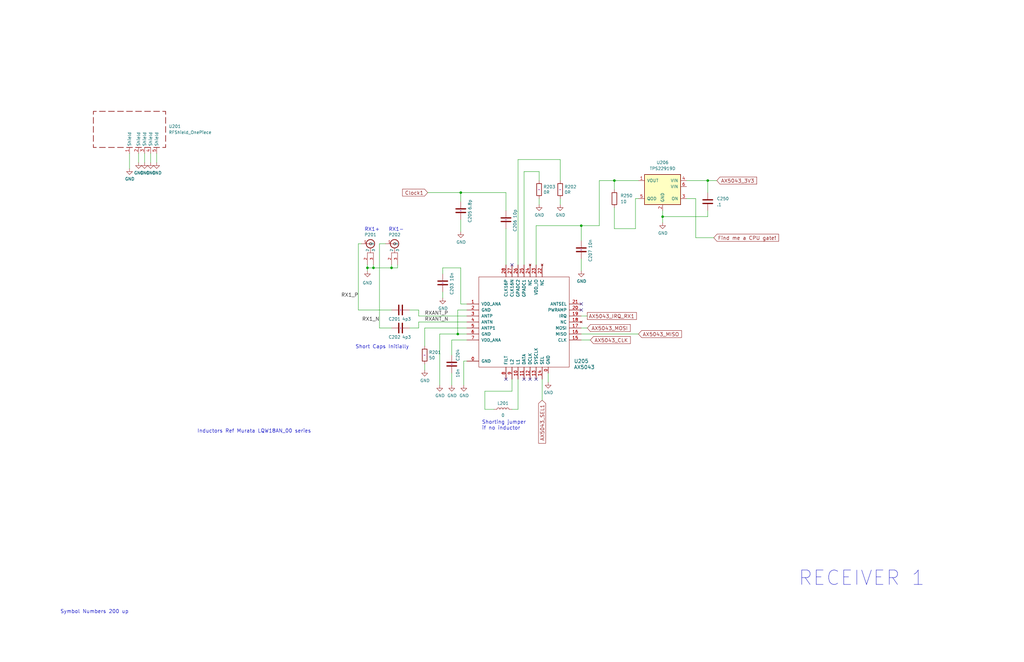
<source format=kicad_sch>
(kicad_sch (version 20230121) (generator eeschema)
  (paper "USLedger")
  (title_block (title "Radiation Tolerant PacSat Communication") (date "2023-06-17") (rev "A") (company "AMSAT-NA") (comment 1 "N5BRG"))
  (lib_symbols
    (symbol "Device:C" (pin_numbers hide) (pin_names (offset 0.254))
      (property "Reference" "C" (at 0.635 2.54 0))
      (property "Value" "C" (at 0.635 -2.54 0))
      (symbol "C_0_1"
        (polyline (pts (xy -2.032 -0.762) (xy 2.032 -0.762)) (stroke (width 0.508)))
        (polyline (pts (xy -2.032 0.762) (xy 2.032 0.762)) (stroke (width 0.508)))
      )
      (symbol "C_1_1"
        (pin passive line (at 0 3.81 270) (length 2.794) (name "~") (number "1"))
        (pin passive line (at 0 -3.81 90) (length 2.794) (name "~") (number "2"))
      )
    )
    (symbol "Device:L" (pin_numbers hide) (pin_names (offset 1.016) hide)
      (property "Reference" "L" (at -1.27 0 90))
      (property "Value" "L" (at 1.905 0 90))
      (symbol "L_0_1"
        (arc (start 0 -2.54) (mid 0.6323 -1.905) (end 0 -1.27))
        (arc (start 0 -1.27) (mid 0.6323 -0.635) (end 0 0))
        (arc (start 0 0) (mid 0.6323 0.635) (end 0 1.27))
        (arc (start 0 1.27) (mid 0.6323 1.905) (end 0 2.54))
      )
      (symbol "L_1_1"
        (pin passive line (at 0 3.81 270) (length 1.27) (name "1") (number "1"))
        (pin passive line (at 0 -3.81 90) (length 1.27) (name "2") (number "2"))
      )
    )
    (symbol "Device:R" (pin_numbers hide) (pin_names (offset 0))
      (property "Reference" "R" (at 2.032 0 90))
      (property "Value" "R" (at 0 0 90))
      (symbol "R_0_1"
        (rectangle (start -1.016 -2.54) (end 1.016 2.54) (stroke (width 0.254)))
      )
      (symbol "R_1_1"
        (pin passive line (at 0 3.81 270) (length 1.27) (name "~") (number "1"))
        (pin passive line (at 0 -3.81 90) (length 1.27) (name "~") (number "2"))
      )
    )
    (symbol "PACSAT_DEV_misc:AX5043" (pin_names (offset 1.016))
      (property "Reference" "U156" (at 16.51 -21.59 0))
      (property "Value" "AX5043" (at -5.08 0 0))
      (symbol "AX5043_0_1"
        (rectangle (start -19.05 19.05) (end 19.05 -19.05))
      )
      (symbol "AX5043_1_1"
        (pin passive line (at -24.13 -16.51 0) (length 5.08) (name "GND") (number "0"))
        (pin power_in line (at 10.16 -21.59 90) (length 2.54) (name "GND") (number "0"))
        (pin passive line (at -24.13 7.62 0) (length 5.08) (name "VDD_ANA") (number "1"))
        (pin passive line (at -2.54 -24.13 90) (length 5.08) (name "L1") (number "10"))
        (pin input line (at 0 -24.13 90) (length 5.08) (name "DATA") (number "11"))
        (pin input line (at 2.54 -24.13 90) (length 5.08) (name "DCLK") (number "12"))
        (pin output line (at 5.08 -24.13 90) (length 5.08) (name "SYSCLK") (number "13"))
        (pin input line (at 7.62 -24.13 90) (length 5.08) (name "SEL") (number "14"))
        (pin input line (at 24.13 -7.62 180) (length 5.08) (name "CLK") (number "15"))
        (pin tri_state line (at 24.13 -5.08 180) (length 5.08) (name "MISO") (number "16"))
        (pin input line (at 24.13 -2.54 180) (length 5.08) (name "MOSI") (number "17"))
        (pin no_connect line (at 24.13 0 180) (length 5.08) (name "NC") (number "18"))
        (pin output line (at 24.13 2.54 180) (length 5.08) (name "IRQ") (number "19"))
        (pin input line (at -24.13 5.08 0) (length 5.08) (name "GND") (number "2"))
        (pin output line (at 24.13 5.08 180) (length 5.08) (name "PWRAMP") (number "20"))
        (pin output line (at 24.13 7.62 180) (length 5.08) (name "ANTSEL") (number "21"))
        (pin no_connect line (at 7.62 24.13 270) (length 5.08) (name "NC") (number "22"))
        (pin passive line (at 5.08 24.13 270) (length 5.08) (name "VDD_IO") (number "23"))
        (pin no_connect line (at 2.54 24.13 270) (length 5.08) (name "NC") (number "24"))
        (pin input line (at 0 24.13 270) (length 5.08) (name "GPADC1") (number "25"))
        (pin input line (at -2.54 24.13 270) (length 5.08) (name "GPADC2") (number "26"))
        (pin passive line (at -5.08 24.13 270) (length 5.08) (name "CLK16N") (number "27"))
        (pin passive line (at -7.62 24.13 270) (length 5.08) (name "CLK16P") (number "28"))
        (pin bidirectional line (at -24.13 2.54 0) (length 5.08) (name "ANTP") (number "3"))
        (pin bidirectional line (at -24.13 0 0) (length 5.08) (name "ANTN") (number "4"))
        (pin output line (at -24.13 -2.54 0) (length 5.08) (name "ANTP1") (number "5"))
        (pin input line (at -24.13 -5.08 0) (length 5.08) (name "GND") (number "6"))
        (pin passive line (at -24.13 -7.62 0) (length 5.08) (name "VDD_ANA") (number "7"))
        (pin passive line (at -7.62 -24.13 90) (length 5.08) (name "FILT") (number "8"))
        (pin passive line (at -5.08 -24.13 90) (length 5.08) (name "L2") (number "9"))
      )
    )
    (symbol "PACSAT_DEV_misc:RF_SHIELD_BOX"
      (property "Reference" "U" (at -15.24 8.89 0))
      (symbol "RF_SHIELD_BOX_0_1"
        (polyline (pts (xy -16.51 -5.08) (xy -16.51 -2.54)) (stroke (width 0.254)))
        (polyline (pts (xy -16.51 -1.27) (xy -16.51 1.27)) (stroke (width 0.254)))
        (polyline (pts (xy -16.51 2.54) (xy -16.51 5.08)) (stroke (width 0.254)))
        (polyline (pts (xy -13.97 7.62) (xy -11.43 7.62)) (stroke (width 0.254)))
        (polyline (pts (xy -11.43 -7.62) (xy -13.97 -7.62)) (stroke (width 0.254)))
        (polyline (pts (xy -7.62 -7.62) (xy -10.16 -7.62)) (stroke (width 0.254)))
        (polyline (pts (xy -7.62 7.62) (xy -10.16 7.62)) (stroke (width 0.254)))
        (polyline (pts (xy -3.81 -7.62) (xy -6.35 -7.62)) (stroke (width 0.254)))
        (polyline (pts (xy -3.81 7.62) (xy -6.35 7.62)) (stroke (width 0.254)))
        (polyline (pts (xy -2.54 -7.62) (xy 0 -7.62)) (stroke (width 0.254)))
        (polyline (pts (xy 0 7.62) (xy -2.54 7.62)) (stroke (width 0.254)))
        (polyline (pts (xy 1.27 -7.62) (xy 3.81 -7.62)) (stroke (width 0.254)))
        (polyline (pts (xy 3.81 7.62) (xy 1.27 7.62)) (stroke (width 0.254)))
        (polyline (pts (xy 5.08 -7.62) (xy 7.62 -7.62)) (stroke (width 0.254)))
        (polyline (pts (xy 7.62 7.62) (xy 5.08 7.62)) (stroke (width 0.254)))
        (polyline (pts (xy 8.89 -7.62) (xy 11.43 -7.62)) (stroke (width 0.254)))
        (polyline (pts (xy 11.43 7.62) (xy 8.89 7.62)) (stroke (width 0.254)))
        (polyline (pts (xy 13.97 -5.08) (xy 13.97 -2.54)) (stroke (width 0.254)))
        (polyline (pts (xy 13.97 -1.27) (xy 13.97 1.27)) (stroke (width 0.254)))
        (polyline (pts (xy 13.97 2.54) (xy 13.97 5.08)) (stroke (width 0.254)))
        (polyline (pts (xy -16.51 6.35) (xy -16.51 7.62) (xy -15.24 7.62)) (stroke (width 0.254)))
        (polyline (pts (xy -15.24 -7.62) (xy -16.51 -7.62) (xy -16.51 -6.35)) (stroke (width 0.254)))
        (polyline (pts (xy 12.7 -7.62) (xy 13.97 -7.62) (xy 13.97 -6.35)) (stroke (width 0.254)))
        (polyline (pts (xy 13.97 6.35) (xy 13.97 7.62) (xy 12.7 7.62)) (stroke (width 0.254)))
      )
      (symbol "RF_SHIELD_BOX_1_1"
        (pin power_in line (at -1.27 -10.16 90) (length 2.54) (name "Shield") (number "1"))
        (pin power_in line (at 2.54 -10.16 90) (length 2.54) (name "Shield") (number "2"))
        (pin power_in line (at 5.08 -10.16 90) (length 2.54) (name "Shield") (number "3"))
        (pin power_in line (at 7.62 -10.16 90) (length 2.54) (name "Shield") (number "4"))
        (pin power_in line (at 10.16 -10.16 90) (length 2.54) (name "Shield") (number "5"))
      )
    )
    (symbol "PACSAT_DEV_misc:U_FL"
      (property "Reference" "U" (at -3.81 2.54 0))
      (symbol "U_FL_0_1"
        (polyline (pts (xy -1.27 -3.81) (xy 1.27 -3.81)))
        (polyline (pts (xy 0 -3.81) (xy 0 -1.778)))
        (circle (center 0 0) (radius 0.508) (stroke (width 0.2032)))
        (circle (center 0 0) (radius 1.778) (stroke (width 0.3048)))
      )
      (symbol "U_FL_1_1"
        (pin bidirectional line (at -3.81 0 0) (length 3.302) (name "In") (number "1"))
        (pin power_in line (at -1.27 -8.89 90) (length 5.08) (name "2") (number "2"))
        (pin power_in line (at 1.27 -8.89 90) (length 5.08) (name "3") (number "3"))
      )
    )
    (symbol "Power_Management:TPS22929D" (pin_names (offset 1.016))
      (property "Reference" "U96" (at 0 12.7 0))
      (property "Value" "TPS22919D" (at 0 10.16 0))
      (symbol "TPS22929D_0_1"
        (rectangle (start -7.62 7.62) (end 7.62 -5.08) (stroke (width 0.254)) (fill (type background)))
      )
      (symbol "TPS22929D_1_1"
        (pin power_out line (at 10.16 5.08 180) (length 2.54) (name "VOUT") (number "1"))
        (pin power_in line (at 0 -7.62 90) (length 2.54) (name "GND") (number "2"))
        (pin input line (at -10.16 -2.54 0) (length 2.54) (name "ON") (number "3"))
        (pin power_in line (at -10.16 5.08 0) (length 2.54) (name "VIN") (number "4"))
        (pin power_in line (at 10.16 -2.54 180) (length 2.54) (name "QOD") (number "5"))
        (pin power_in line (at -10.16 2.54 0) (length 2.54) (name "VIN") (number "6"))
      )
    )
    (symbol "power:GND" (power) (pin_names (offset 0))
      (property "Value" "GND" (at 0 -3.81 0))
      (symbol "GND_0_1"
        (polyline (pts (xy 0 0) (xy 0 -1.27) (xy 1.27 -1.27) (xy 0 -2.54) (xy -1.27 -1.27) (xy 0 -1.27)))
      )
      (symbol "GND_1_1"
        (pin power_in line (at 0 0 270) (length 0) hide (name "GND") (number "1"))
      )
    )
  )
  (junction (at 298.45 76.2))
  (junction (at 279.4 91.44))
  (junction (at 154.94 113.03))
  (junction (at 193.04 140.97))
  (junction (at 165.1 113.03))
  (junction (at 259.08 76.2))
  (junction (at 157.48 113.03))
  (junction (at 245.11 95.25))
  (junction (at 194.31 81.28))
  (no_connect (at 223.52 160.02))
  (no_connect (at 213.36 160.02))
  (no_connect (at 215.9 111.76))
  (no_connect (at 245.11 128.27))
  (no_connect (at 226.06 160.02))
  (no_connect (at 220.98 160.02))
  (no_connect (at 245.11 130.81))
  (wire (pts (xy 220.98 72.39) (xy 227.33 72.39)))
  (wire (pts (xy 194.31 113.03) (xy 186.69 113.03)))
  (wire (pts (xy 193.04 140.97) (xy 196.85 140.97)))
  (wire (pts (xy 179.07 153.67) (xy 179.07 156.21)))
  (wire (pts (xy 298.45 76.2) (xy 302.26 76.2)))
  (wire (pts (xy 179.07 138.43) (xy 196.85 138.43)))
  (wire (pts (xy 60.96 64.77) (xy 60.96 68.58)))
  (wire (pts (xy 236.22 67.31) (xy 236.22 76.2)))
  (wire (pts (xy 289.56 83.82) (xy 293.37 83.82)))
  (wire (pts (xy 259.08 87.63) (xy 259.08 96.52)))
  (wire (pts (xy 194.31 128.27) (xy 194.31 113.03)))
  (wire (pts (xy 151.13 130.81) (xy 165.1 130.81)))
  (wire (pts (xy 151.13 102.87) (xy 151.13 130.81)))
  (wire (pts (xy 154.94 113.03) (xy 157.48 113.03)))
  (wire (pts (xy 165.1 113.03) (xy 167.64 113.03)))
  (wire (pts (xy 269.24 76.2) (xy 259.08 76.2)))
  (wire (pts (xy 279.4 91.44) (xy 279.4 93.98)))
  (wire (pts (xy 54.61 64.77) (xy 54.61 71.12)))
  (wire (pts (xy 279.4 91.44) (xy 298.45 91.44)))
  (wire (pts (xy 213.36 96.52) (xy 213.36 111.76)))
  (wire (pts (xy 215.9 165.1) (xy 204.47 165.1)))
  (wire (pts (xy 267.97 83.82) (xy 269.24 83.82)))
  (wire (pts (xy 186.69 113.03) (xy 186.69 115.57)))
  (wire (pts (xy 245.11 101.6) (xy 245.11 95.25)))
  (wire (pts (xy 186.69 123.19) (xy 186.69 125.73)))
  (wire (pts (xy 194.31 81.28) (xy 194.31 85.09)))
  (wire (pts (xy 176.53 138.43) (xy 176.53 135.89)))
  (wire (pts (xy 267.97 96.52) (xy 267.97 83.82)))
  (wire (pts (xy 215.9 172.72) (xy 218.44 172.72)))
  (wire (pts (xy 66.04 64.77) (xy 66.04 68.58)))
  (wire (pts (xy 160.02 138.43) (xy 165.1 138.43)))
  (wire (pts (xy 160.02 102.87) (xy 160.02 138.43)))
  (wire (pts (xy 220.98 72.39) (xy 220.98 111.76)))
  (wire (pts (xy 154.94 111.76) (xy 154.94 113.03)))
  (wire (pts (xy 185.42 140.97) (xy 193.04 140.97)))
  (wire (pts (xy 218.44 160.02) (xy 218.44 172.72)))
  (wire (pts (xy 195.58 152.4) (xy 195.58 162.56)))
  (wire (pts (xy 204.47 165.1) (xy 204.47 172.72)))
  (wire (pts (xy 196.85 130.81) (xy 193.04 130.81)))
  (wire (pts (xy 231.14 157.48) (xy 231.14 161.29)))
  (wire (pts (xy 226.06 95.25) (xy 245.11 95.25)))
  (wire (pts (xy 259.08 76.2) (xy 252.73 76.2)))
  (wire (pts (xy 167.64 111.76) (xy 167.64 113.03)))
  (wire (pts (xy 236.22 83.82) (xy 236.22 86.36)))
  (wire (pts (xy 154.94 113.03) (xy 154.94 114.3)))
  (wire (pts (xy 245.11 133.35) (xy 247.65 133.35)))
  (wire (pts (xy 58.42 64.77) (xy 58.42 68.58)))
  (wire (pts (xy 245.11 138.43) (xy 247.65 138.43)))
  (wire (pts (xy 228.6 160.02) (xy 228.6 168.91)))
  (wire (pts (xy 227.33 83.82) (xy 227.33 86.36)))
  (wire (pts (xy 157.48 111.76) (xy 157.48 113.03)))
  (wire (pts (xy 176.53 133.35) (xy 196.85 133.35)))
  (wire (pts (xy 245.11 109.22) (xy 245.11 114.3)))
  (wire (pts (xy 190.5 143.51) (xy 190.5 149.86)))
  (wire (pts (xy 196.85 152.4) (xy 195.58 152.4)))
  (wire (pts (xy 298.45 88.9) (xy 298.45 91.44)))
  (wire (pts (xy 218.44 67.31) (xy 236.22 67.31)))
  (wire (pts (xy 245.11 95.25) (xy 252.73 95.25)))
  (wire (pts (xy 157.48 113.03) (xy 165.1 113.03)))
  (wire (pts (xy 226.06 111.76) (xy 226.06 95.25)))
  (wire (pts (xy 196.85 128.27) (xy 194.31 128.27)))
  (wire (pts (xy 172.72 138.43) (xy 176.53 138.43)))
  (wire (pts (xy 172.72 130.81) (xy 176.53 130.81)))
  (wire (pts (xy 185.42 162.56) (xy 185.42 140.97)))
  (wire (pts (xy 180.34 81.28) (xy 194.31 81.28)))
  (wire (pts (xy 213.36 81.28) (xy 213.36 88.9)))
  (wire (pts (xy 162.56 102.87) (xy 160.02 102.87)))
  (wire (pts (xy 293.37 83.82) (xy 293.37 100.33)))
  (wire (pts (xy 204.47 172.72) (xy 208.28 172.72)))
  (wire (pts (xy 176.53 130.81) (xy 176.53 133.35)))
  (wire (pts (xy 252.73 76.2) (xy 252.73 95.25)))
  (wire (pts (xy 152.4 102.87) (xy 151.13 102.87)))
  (wire (pts (xy 245.11 143.51) (xy 248.92 143.51)))
  (wire (pts (xy 289.56 76.2) (xy 298.45 76.2)))
  (wire (pts (xy 259.08 96.52) (xy 267.97 96.52)))
  (wire (pts (xy 245.11 140.97) (xy 269.24 140.97)))
  (wire (pts (xy 279.4 88.9) (xy 279.4 91.44)))
  (wire (pts (xy 194.31 92.71) (xy 194.31 97.79)))
  (wire (pts (xy 63.5 64.77) (xy 63.5 68.58)))
  (wire (pts (xy 293.37 100.33) (xy 300.99 100.33)))
  (wire (pts (xy 165.1 111.76) (xy 165.1 113.03)))
  (wire (pts (xy 218.44 67.31) (xy 218.44 111.76)))
  (wire (pts (xy 179.07 138.43) (xy 179.07 146.05)))
  (wire (pts (xy 176.53 135.89) (xy 196.85 135.89)))
  (wire (pts (xy 196.85 143.51) (xy 190.5 143.51)))
  (wire (pts (xy 190.5 157.48) (xy 190.5 162.56)))
  (wire (pts (xy 193.04 130.81) (xy 193.04 140.97)))
  (wire (pts (xy 194.31 81.28) (xy 213.36 81.28)))
  (wire (pts (xy 215.9 160.02) (xy 215.9 165.1)))
  (wire (pts (xy 298.45 76.2) (xy 298.45 81.28)))
  (wire (pts (xy 227.33 72.39) (xy 227.33 76.2)))
  (wire (pts (xy 259.08 76.2) (xy 259.08 80.01)))
  (text "Inductors Ref Murata LQW18AN_00 series" (at 83.185 182.88 0) (effects (font (size 1.524 1.524)) (justify left bottom)))
  (text "RECEIVER 1" (at 336.55 247.65 0) (effects (font (size 6.096 6.096)) (justify left bottom)))
  (text "Symbol Numbers 200 up" (at 25.4 259.08 0) (effects (font (size 1.524 1.524)) (justify left bottom)))
  (text "RX1+" (at 153.67 97.79 0) (effects (font (size 1.524 1.524)) (justify left bottom)))
  (text "Shorting jumper\nif no inductor" (at 203.2 181.61 0) (effects (font (size 1.524 1.524)) (justify left bottom)))
  (text "RX1-" (at 163.83 97.79 0) (effects (font (size 1.524 1.524)) (justify left bottom)))
  (text "Short Caps Initially" (at 149.86 147.32 0) (effects (font (size 1.524 1.524)) (justify left bottom)))
  (label "RX1_P" (at 151.13 125.73 180) (effects (font (size 1.524 1.524))))
  (label "RXANT_N" (at 179.07 135.89 0) (effects (font (size 1.524 1.524))))
  (label "RX1_N" (at 160.02 135.89 180) (effects (font (size 1.524 1.524))))
  (label "RXANT_P" (at 179.07 133.35 0) (effects (font (size 1.524 1.524))))
  (global_label "AX5043_MOSI" (shape input) (at 247.65 138.43 0) (effects (font (size 1.524 1.524))) (property "Intersheetrefs" "${INTERSHEET_REFS}" (effects hide)))
  (global_label "Find me a CPU gate!" (shape input) (at 300.99 100.33 0) (effects (font (size 1.524 1.524))) (property "Intersheetrefs" "${INTERSHEET_REFS}" (effects hide)))
  (global_label "AX5043_IRQ_RX1" (shape passive) (at 247.65 133.35 0) (effects (font (size 1.524 1.524))) (property "Intersheetrefs" "${INTERSHEET_REFS}" (effects hide)))
  (global_label "AX5043_MISO" (shape input) (at 269.24 140.97 0) (effects (font (size 1.524 1.524))) (property "Intersheetrefs" "${INTERSHEET_REFS}" (effects hide)))
  (global_label "AX5043_CLK" (shape input) (at 248.92 143.51 0) (effects (font (size 1.524 1.524))) (property "Intersheetrefs" "${INTERSHEET_REFS}" (effects hide)))
  (global_label "Clock1" (shape input) (at 180.34 81.28 180) (effects (font (size 1.524 1.524))) (property "Intersheetrefs" "${INTERSHEET_REFS}" (effects hide)))
  (global_label "AX5043_SEL1" (shape input) (at 228.6 168.91 270) (effects (font (size 1.524 1.524))) (property "Intersheetrefs" "${INTERSHEET_REFS}" (effects hide)))
  (global_label "AX5043_3V3" (shape input) (at 302.26 76.2 0) (effects (font (size 1.524 1.524))) (property "Intersheetrefs" "${INTERSHEET_REFS}" (effects hide)))
  (symbol (lib_id "Device:C") (at 298.45 85.09 0) (unit 1)
    (property "Reference" "C250" (at 302.26 83.82 0) (effects (justify left)))
    (property "Value" ".1" (at 302.26 86.36 0) (effects (justify left)))
  )
  (symbol (lib_id "PACSAT_DEV_misc:AX5043") (at 220.98 135.89 0) (unit 1)
    (property "Reference" "U205" (at 245.11 152.4 0) (effects (font (size 1.524 1.524))))
    (property "Value" "AX5043" (at 246.38 154.94 0) (effects (font (size 1.524 1.524))))
    (property "Footprint" "PacSatDev_onsemi:QFN28" (effects hide))
  )
  (symbol (lib_id "Device:C") (at 190.5 153.67 180) (unit 1)
    (property "Reference" "C204" (at 193.04 149.86 90))
    (property "Value" "10n" (at 193.04 157.48 90))
    (property "Footprint" "Capacitor_SMD:C_0603_1608Metric_Pad1.08x0.95mm_HandSolder" (effects hide))
    (property "Datasheet" "~" (at 190.5 153.67 0))
  )
  (symbol (lib_id "Device:C") (at 213.36 92.71 0) (unit 1)
    (property "Reference" "C206" (at 217.17 95.25 90))
    (property "Value" "10p" (at 217.17 90.17 90))
    (property "Footprint" "Capacitor_SMD:C_0603_1608Metric_Pad1.08x0.95mm_HandSolder" (effects hide))
    (property "Datasheet" "~" (at 213.36 92.71 0))
  )
  (symbol (lib_id "Device:C") (at 194.31 88.9 0) (unit 1)
    (property "Reference" "C205" (at 198.12 91.44 90))
    (property "Value" "6.8p" (at 198.12 86.36 90))
    (property "Footprint" "Capacitor_SMD:C_0603_1608Metric_Pad1.08x0.95mm_HandSolder" (effects hide))
    (property "Datasheet" "~" (at 194.31 88.9 0))
  )
  (symbol (lib_id "Device:R") (at 259.08 83.82 0) (unit 1)
    (property "Reference" "R250" (at 261.62 82.55 0) (effects (justify left)))
    (property "Value" "10" (at 261.62 85.09 0) (effects (justify left)))
  )
  (symbol (lib_id "power:GND") (at 190.5 162.56 0) (unit 1)
    (property "Reference" "#PWR0206" (effects hide))
    (property "Value" "GND" (at 190.627 166.9542 0))
  )
  (symbol (lib_id "power:GND") (at 194.31 97.79 0) (unit 1)
    (property "Reference" "#PWR0207" (effects hide))
    (property "Value" "GND" (at 194.437 102.1842 0))
  )
  (symbol (lib_id "power:GND") (at 66.04 68.58 0) (unit 1)
    (property "Reference" "#PWR0724" (effects hide))
    (property "Value" "GND" (at 66.167 72.9742 0))
  )
  (symbol (lib_id "power:GND") (at 236.22 86.36 0) (unit 1)
    (property "Reference" "#PWR0211" (effects hide))
    (property "Value" "GND" (at 236.347 90.7542 0))
  )
  (symbol (lib_id "power:GND") (at 186.69 125.73 0) (unit 1)
    (property "Reference" "#PWR0205" (effects hide))
    (property "Value" "GND" (at 186.817 130.1242 0))
  )
  (symbol (lib_id "power:GND") (at 63.5 68.58 0) (unit 1)
    (property "Reference" "#PWR0725" (effects hide))
    (property "Value" "GND" (at 63.627 72.9742 0))
  )
  (symbol (lib_id "Device:C") (at 245.11 105.41 0) (unit 1)
    (property "Reference" "C207" (at 248.92 107.95 90))
    (property "Value" "10n" (at 248.92 102.87 90))
    (property "Footprint" "Capacitor_SMD:C_0603_1608Metric_Pad1.08x0.95mm_HandSolder" (effects hide))
    (property "Datasheet" "~" (at 245.11 105.41 0))
  )
  (symbol (lib_id "Device:C") (at 186.69 119.38 0) (unit 1)
    (property "Reference" "C203" (at 190.5 121.92 90))
    (property "Value" "10n" (at 190.5 116.84 90))
    (property "Footprint" "Capacitor_SMD:C_0603_1608Metric_Pad1.08x0.95mm_HandSolder" (effects hide))
    (property "Datasheet" "~" (at 186.69 119.38 0))
  )
  (symbol (lib_id "power:GND") (at 58.42 68.58 0) (unit 1)
    (property "Reference" "#PWR0713" (effects hide))
    (property "Value" "GND" (at 58.547 72.9742 0))
  )
  (symbol (lib_id "power:GND") (at 54.61 71.12 0) (unit 1)
    (property "Reference" "#PWR0617" (effects hide))
    (property "Value" "GND" (at 54.737 75.5142 0))
  )
  (symbol (lib_id "power:GND") (at 154.94 114.3 0) (unit 1)
    (property "Reference" "#PWR0202" (effects hide))
    (property "Value" "GND" (at 154.94 119.38 0))
  )
  (symbol (lib_id "power:GND") (at 231.14 161.29 0) (unit 1)
    (property "Reference" "#PWR0210" (effects hide))
    (property "Value" "GND" (at 231.267 165.6842 0))
  )
  (symbol (lib_id "power:GND") (at 245.11 114.3 0) (unit 1)
    (property "Reference" "#PWR0212" (effects hide))
    (property "Value" "GND" (at 245.237 118.6942 0))
  )
  (symbol (lib_id "Power_Management:TPS22929D") (at 279.4 81.28 0) (mirror y) (unit 1)
    (property "Reference" "U206" (at 279.4 68.58 0))
    (property "Value" "TPS22919D" (at 279.4 71.12 0))
    (property "Footprint" "Package_TO_SOT_SMD:SOT-23-6" (effects hide))
    (property "Datasheet" "http://www.ti.com/lit/ds/symlink/tps22929d.pdf" (effects hide))
  )
  (symbol (lib_id "Device:C") (at 168.91 130.81 270) (unit 1)
    (property "Reference" "C201" (at 166.37 134.62 90))
    (property "Value" "4p3" (at 171.45 134.62 90))
    (property "Footprint" "Capacitor_SMD:C_0603_1608Metric_Pad1.08x0.95mm_HandSolder" (effects hide))
    (property "Datasheet" "~" (at 168.91 130.81 0))
  )
  (symbol (lib_id "Device:L") (at 212.09 172.72 90) (unit 1)
    (property "Reference" "L201" (at 212.09 170.18 90))
    (property "Value" "0" (at 212.09 175.26 90))
    (property "Footprint" "PacSatDev_misc:L_Murata_LQH2MCNxxxx02_2.0x1.6mm" (effects hide))
  )
  (symbol (lib_id "power:GND") (at 60.96 68.58 0) (unit 1)
    (property "Reference" "#PWR0723" (effects hide))
    (property "Value" "GND" (at 61.087 72.9742 0))
  )
  (symbol (lib_id "power:GND") (at 227.33 86.36 0) (unit 1)
    (property "Reference" "#PWR0209" (effects hide))
    (property "Value" "GND" (at 227.457 90.7542 0))
  )
  (symbol (lib_id "PACSAT_DEV_misc:U_FL") (at 156.21 102.87 0) (unit 1)
    (property "Reference" "P201" (at 153.67 99.06 0) (effects (justify left)))
    (property "Value" "~" (at 156.21 102.87 0))
    (property "Footprint" "PacSatDev_misc:U_FL" (effects hide))
  )
  (symbol (lib_id "power:GND") (at 185.42 162.56 0) (unit 1)
    (property "Reference" "#PWR0204" (effects hide))
    (property "Value" "GND" (at 185.547 166.9542 0))
  )
  (symbol (lib_id "power:GND") (at 279.4 93.98 0) (unit 1)
    (property "Reference" "#PWR0213" (effects hide))
    (property "Value" "GND" (at 279.527 98.3742 0))
  )
  (symbol (lib_id "power:GND") (at 179.07 156.21 0) (unit 1)
    (property "Reference" "#PWR0203" (effects hide))
    (property "Value" "GND" (at 179.197 160.6042 0))
  )
  (symbol (lib_id "Device:R") (at 236.22 80.01 0) (unit 1)
    (property "Reference" "R202" (at 237.998 78.8416 0) (effects (justify left)))
    (property "Value" "0R" (at 237.998 81.153 0) (effects (justify left)))
    (property "Footprint" "Resistor_SMD:R_0603_1608Metric_Pad0.98x0.95mm_HandSolder" (effects hide))
    (property "Datasheet" "~" (at 236.22 80.01 0))
  )
  (symbol (lib_id "Device:C") (at 168.91 138.43 270) (unit 1)
    (property "Reference" "C202" (at 166.37 142.24 90))
    (property "Value" "4p3" (at 171.45 142.24 90))
    (property "Footprint" "Capacitor_SMD:C_0603_1608Metric_Pad1.08x0.95mm_HandSolder" (effects hide))
    (property "Datasheet" "~" (at 168.91 138.43 0))
  )
  (symbol (lib_id "PACSAT_DEV_misc:RF_SHIELD_BOX") (at 55.88 54.61 0) (unit 1)
    (property "Reference" "U201" (at 71.12 53.34 0) (effects (justify left)))
    (property "Value" "RFShield_OnePiece" (at 71.12 55.88 0) (effects (justify left)))
    (property "Footprint" "PacSatDev_misc:RF_SHIELD_BMI_S_201_F_U201" (effects hide))
  )
  (symbol (lib_id "Device:R") (at 179.07 149.86 0) (unit 1)
    (property "Reference" "R201" (at 180.848 148.6916 0) (effects (justify left)))
    (property "Value" "50" (at 180.848 151.003 0) (effects (justify left)))
    (property "Footprint" "Resistor_SMD:R_0603_1608Metric_Pad0.98x0.95mm_HandSolder" (effects hide))
    (property "Datasheet" "~" (at 179.07 149.86 0))
  )
  (symbol (lib_id "power:GND") (at 195.58 162.56 0) (unit 1)
    (property "Reference" "#PWR0208" (effects hide))
    (property "Value" "GND" (at 195.707 166.9542 0))
  )
  (symbol (lib_id "Device:R") (at 227.33 80.01 0) (unit 1)
    (property "Reference" "R203" (at 229.108 78.8416 0) (effects (justify left)))
    (property "Value" "0R" (at 229.108 81.153 0) (effects (justify left)))
    (property "Footprint" "Resistor_SMD:R_0603_1608Metric_Pad0.98x0.95mm_HandSolder" (effects hide))
    (property "Datasheet" "~" (at 227.33 80.01 0))
  )
  (symbol (lib_id "PACSAT_DEV_misc:U_FL") (at 166.37 102.87 0) (unit 1)
    (property "Reference" "P202" (at 163.83 99.06 0) (effects (justify left)))
    (property "Value" "~" (at 166.37 102.87 0))
    (property "Footprint" "PacSatDev_misc:U_FL" (effects hide))
  )
)
</source>
